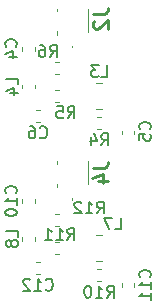
<source format=gbo>
G04 #@! TF.GenerationSoftware,KiCad,Pcbnew,(5.1.5)-3*
G04 #@! TF.CreationDate,2020-11-09T20:42:25-05:00*
G04 #@! TF.ProjectId,FilterDaughterboard,46696c74-6572-4446-9175-676874657262,rev?*
G04 #@! TF.SameCoordinates,Original*
G04 #@! TF.FileFunction,Legend,Bot*
G04 #@! TF.FilePolarity,Positive*
%FSLAX46Y46*%
G04 Gerber Fmt 4.6, Leading zero omitted, Abs format (unit mm)*
G04 Created by KiCad (PCBNEW (5.1.5)-3) date 2020-11-09 20:42:25*
%MOMM*%
%LPD*%
G04 APERTURE LIST*
%ADD10C,0.100000*%
%ADD11C,0.120000*%
%ADD12C,0.254000*%
%ADD13C,0.150000*%
G04 APERTURE END LIST*
D10*
X89300000Y-128800000D02*
G75*
G02X89300000Y-128900000I0J-50000D01*
G01*
X89300000Y-128900000D02*
G75*
G02X89300000Y-128800000I0J50000D01*
G01*
X89300000Y-128900000D02*
X89300000Y-128900000D01*
X89300000Y-128800000D02*
X89300000Y-128800000D01*
X88000000Y-125850000D02*
X88000000Y-125648000D01*
X88000000Y-127543000D02*
X88000000Y-127850000D01*
X90600000Y-127600000D02*
X90600000Y-125648000D01*
X89300000Y-141700000D02*
G75*
G02X89300000Y-141800000I0J-50000D01*
G01*
X89300000Y-141800000D02*
G75*
G02X89300000Y-141700000I0J50000D01*
G01*
X89300000Y-141800000D02*
X89300000Y-141800000D01*
X89300000Y-141700000D02*
X89300000Y-141700000D01*
X88000000Y-138750000D02*
X88000000Y-138548000D01*
X88000000Y-140443000D02*
X88000000Y-140750000D01*
X90600000Y-140500000D02*
X90600000Y-138548000D01*
D11*
X86110000Y-128837221D02*
X86110000Y-129162779D01*
X85090000Y-128837221D02*
X85090000Y-129162779D01*
X94510000Y-135937221D02*
X94510000Y-136262779D01*
X93490000Y-135937221D02*
X93490000Y-136262779D01*
X86237221Y-134190000D02*
X86562779Y-134190000D01*
X86237221Y-135210000D02*
X86562779Y-135210000D01*
X86110000Y-141737221D02*
X86110000Y-142062779D01*
X85090000Y-141737221D02*
X85090000Y-142062779D01*
X94510000Y-148837221D02*
X94510000Y-149162779D01*
X93490000Y-148837221D02*
X93490000Y-149162779D01*
X86237221Y-147090000D02*
X86562779Y-147090000D01*
X86237221Y-148110000D02*
X86562779Y-148110000D01*
X91861252Y-134110000D02*
X91338748Y-134110000D01*
X91861252Y-131890000D02*
X91338748Y-131890000D01*
X85090000Y-132362779D02*
X85090000Y-132037221D01*
X86110000Y-132362779D02*
X86110000Y-132037221D01*
X91861252Y-147010000D02*
X91338748Y-147010000D01*
X91861252Y-144790000D02*
X91338748Y-144790000D01*
X85090000Y-145262779D02*
X85090000Y-144937221D01*
X86110000Y-145262779D02*
X86110000Y-144937221D01*
X91437221Y-134790000D02*
X91762779Y-134790000D01*
X91437221Y-135810000D02*
X91762779Y-135810000D01*
X87837221Y-132490000D02*
X88162779Y-132490000D01*
X87837221Y-133510000D02*
X88162779Y-133510000D01*
X88162779Y-131110000D02*
X87837221Y-131110000D01*
X88162779Y-130090000D02*
X87837221Y-130090000D01*
X91437221Y-147690000D02*
X91762779Y-147690000D01*
X91437221Y-148710000D02*
X91762779Y-148710000D01*
X87837221Y-145390000D02*
X88162779Y-145390000D01*
X87837221Y-146410000D02*
X88162779Y-146410000D01*
X88162779Y-144010000D02*
X87837221Y-144010000D01*
X88162779Y-142990000D02*
X87837221Y-142990000D01*
D12*
X91054523Y-126076666D02*
X91961666Y-126076666D01*
X92143095Y-126016190D01*
X92264047Y-125895238D01*
X92324523Y-125713809D01*
X92324523Y-125592857D01*
X91175476Y-126620952D02*
X91115000Y-126681428D01*
X91054523Y-126802380D01*
X91054523Y-127104761D01*
X91115000Y-127225714D01*
X91175476Y-127286190D01*
X91296428Y-127346666D01*
X91417380Y-127346666D01*
X91598809Y-127286190D01*
X92324523Y-126560476D01*
X92324523Y-127346666D01*
X91054523Y-139076666D02*
X91961666Y-139076666D01*
X92143095Y-139016190D01*
X92264047Y-138895238D01*
X92324523Y-138713809D01*
X92324523Y-138592857D01*
X91477857Y-140225714D02*
X92324523Y-140225714D01*
X90994047Y-139923333D02*
X91901190Y-139620952D01*
X91901190Y-140407142D01*
D13*
X84527142Y-128833333D02*
X84574761Y-128785714D01*
X84622380Y-128642857D01*
X84622380Y-128547619D01*
X84574761Y-128404761D01*
X84479523Y-128309523D01*
X84384285Y-128261904D01*
X84193809Y-128214285D01*
X84050952Y-128214285D01*
X83860476Y-128261904D01*
X83765238Y-128309523D01*
X83670000Y-128404761D01*
X83622380Y-128547619D01*
X83622380Y-128642857D01*
X83670000Y-128785714D01*
X83717619Y-128833333D01*
X83955714Y-129690476D02*
X84622380Y-129690476D01*
X83574761Y-129452380D02*
X84289047Y-129214285D01*
X84289047Y-129833333D01*
X95857142Y-135833333D02*
X95904761Y-135785714D01*
X95952380Y-135642857D01*
X95952380Y-135547619D01*
X95904761Y-135404761D01*
X95809523Y-135309523D01*
X95714285Y-135261904D01*
X95523809Y-135214285D01*
X95380952Y-135214285D01*
X95190476Y-135261904D01*
X95095238Y-135309523D01*
X95000000Y-135404761D01*
X94952380Y-135547619D01*
X94952380Y-135642857D01*
X95000000Y-135785714D01*
X95047619Y-135833333D01*
X94952380Y-136738095D02*
X94952380Y-136261904D01*
X95428571Y-136214285D01*
X95380952Y-136261904D01*
X95333333Y-136357142D01*
X95333333Y-136595238D01*
X95380952Y-136690476D01*
X95428571Y-136738095D01*
X95523809Y-136785714D01*
X95761904Y-136785714D01*
X95857142Y-136738095D01*
X95904761Y-136690476D01*
X95952380Y-136595238D01*
X95952380Y-136357142D01*
X95904761Y-136261904D01*
X95857142Y-136214285D01*
X86566666Y-136487142D02*
X86614285Y-136534761D01*
X86757142Y-136582380D01*
X86852380Y-136582380D01*
X86995238Y-136534761D01*
X87090476Y-136439523D01*
X87138095Y-136344285D01*
X87185714Y-136153809D01*
X87185714Y-136010952D01*
X87138095Y-135820476D01*
X87090476Y-135725238D01*
X86995238Y-135630000D01*
X86852380Y-135582380D01*
X86757142Y-135582380D01*
X86614285Y-135630000D01*
X86566666Y-135677619D01*
X85709523Y-135582380D02*
X85900000Y-135582380D01*
X85995238Y-135630000D01*
X86042857Y-135677619D01*
X86138095Y-135820476D01*
X86185714Y-136010952D01*
X86185714Y-136391904D01*
X86138095Y-136487142D01*
X86090476Y-136534761D01*
X85995238Y-136582380D01*
X85804761Y-136582380D01*
X85709523Y-136534761D01*
X85661904Y-136487142D01*
X85614285Y-136391904D01*
X85614285Y-136153809D01*
X85661904Y-136058571D01*
X85709523Y-136010952D01*
X85804761Y-135963333D01*
X85995238Y-135963333D01*
X86090476Y-136010952D01*
X86138095Y-136058571D01*
X86185714Y-136153809D01*
X84527142Y-141257142D02*
X84574761Y-141209523D01*
X84622380Y-141066666D01*
X84622380Y-140971428D01*
X84574761Y-140828571D01*
X84479523Y-140733333D01*
X84384285Y-140685714D01*
X84193809Y-140638095D01*
X84050952Y-140638095D01*
X83860476Y-140685714D01*
X83765238Y-140733333D01*
X83670000Y-140828571D01*
X83622380Y-140971428D01*
X83622380Y-141066666D01*
X83670000Y-141209523D01*
X83717619Y-141257142D01*
X84622380Y-142209523D02*
X84622380Y-141638095D01*
X84622380Y-141923809D02*
X83622380Y-141923809D01*
X83765238Y-141828571D01*
X83860476Y-141733333D01*
X83908095Y-141638095D01*
X83622380Y-142828571D02*
X83622380Y-142923809D01*
X83670000Y-143019047D01*
X83717619Y-143066666D01*
X83812857Y-143114285D01*
X84003333Y-143161904D01*
X84241428Y-143161904D01*
X84431904Y-143114285D01*
X84527142Y-143066666D01*
X84574761Y-143019047D01*
X84622380Y-142923809D01*
X84622380Y-142828571D01*
X84574761Y-142733333D01*
X84527142Y-142685714D01*
X84431904Y-142638095D01*
X84241428Y-142590476D01*
X84003333Y-142590476D01*
X83812857Y-142638095D01*
X83717619Y-142685714D01*
X83670000Y-142733333D01*
X83622380Y-142828571D01*
X95857142Y-148357142D02*
X95904761Y-148309523D01*
X95952380Y-148166666D01*
X95952380Y-148071428D01*
X95904761Y-147928571D01*
X95809523Y-147833333D01*
X95714285Y-147785714D01*
X95523809Y-147738095D01*
X95380952Y-147738095D01*
X95190476Y-147785714D01*
X95095238Y-147833333D01*
X95000000Y-147928571D01*
X94952380Y-148071428D01*
X94952380Y-148166666D01*
X95000000Y-148309523D01*
X95047619Y-148357142D01*
X95952380Y-149309523D02*
X95952380Y-148738095D01*
X95952380Y-149023809D02*
X94952380Y-149023809D01*
X95095238Y-148928571D01*
X95190476Y-148833333D01*
X95238095Y-148738095D01*
X95952380Y-150261904D02*
X95952380Y-149690476D01*
X95952380Y-149976190D02*
X94952380Y-149976190D01*
X95095238Y-149880952D01*
X95190476Y-149785714D01*
X95238095Y-149690476D01*
X87042857Y-149387142D02*
X87090476Y-149434761D01*
X87233333Y-149482380D01*
X87328571Y-149482380D01*
X87471428Y-149434761D01*
X87566666Y-149339523D01*
X87614285Y-149244285D01*
X87661904Y-149053809D01*
X87661904Y-148910952D01*
X87614285Y-148720476D01*
X87566666Y-148625238D01*
X87471428Y-148530000D01*
X87328571Y-148482380D01*
X87233333Y-148482380D01*
X87090476Y-148530000D01*
X87042857Y-148577619D01*
X86090476Y-149482380D02*
X86661904Y-149482380D01*
X86376190Y-149482380D02*
X86376190Y-148482380D01*
X86471428Y-148625238D01*
X86566666Y-148720476D01*
X86661904Y-148768095D01*
X85709523Y-148577619D02*
X85661904Y-148530000D01*
X85566666Y-148482380D01*
X85328571Y-148482380D01*
X85233333Y-148530000D01*
X85185714Y-148577619D01*
X85138095Y-148672857D01*
X85138095Y-148768095D01*
X85185714Y-148910952D01*
X85757142Y-149482380D01*
X85138095Y-149482380D01*
X91766666Y-131402380D02*
X92242857Y-131402380D01*
X92242857Y-130402380D01*
X91528571Y-130402380D02*
X90909523Y-130402380D01*
X91242857Y-130783333D01*
X91100000Y-130783333D01*
X91004761Y-130830952D01*
X90957142Y-130878571D01*
X90909523Y-130973809D01*
X90909523Y-131211904D01*
X90957142Y-131307142D01*
X91004761Y-131354761D01*
X91100000Y-131402380D01*
X91385714Y-131402380D01*
X91480952Y-131354761D01*
X91528571Y-131307142D01*
X84702380Y-132033333D02*
X84702380Y-131557142D01*
X83702380Y-131557142D01*
X84035714Y-132795238D02*
X84702380Y-132795238D01*
X83654761Y-132557142D02*
X84369047Y-132319047D01*
X84369047Y-132938095D01*
X92916666Y-144302380D02*
X93392857Y-144302380D01*
X93392857Y-143302380D01*
X92678571Y-143302380D02*
X92011904Y-143302380D01*
X92440476Y-144302380D01*
X84702380Y-144933333D02*
X84702380Y-144457142D01*
X83702380Y-144457142D01*
X84130952Y-145409523D02*
X84083333Y-145314285D01*
X84035714Y-145266666D01*
X83940476Y-145219047D01*
X83892857Y-145219047D01*
X83797619Y-145266666D01*
X83750000Y-145314285D01*
X83702380Y-145409523D01*
X83702380Y-145600000D01*
X83750000Y-145695238D01*
X83797619Y-145742857D01*
X83892857Y-145790476D01*
X83940476Y-145790476D01*
X84035714Y-145742857D01*
X84083333Y-145695238D01*
X84130952Y-145600000D01*
X84130952Y-145409523D01*
X84178571Y-145314285D01*
X84226190Y-145266666D01*
X84321428Y-145219047D01*
X84511904Y-145219047D01*
X84607142Y-145266666D01*
X84654761Y-145314285D01*
X84702380Y-145409523D01*
X84702380Y-145600000D01*
X84654761Y-145695238D01*
X84607142Y-145742857D01*
X84511904Y-145790476D01*
X84321428Y-145790476D01*
X84226190Y-145742857D01*
X84178571Y-145695238D01*
X84130952Y-145600000D01*
X91766666Y-137182380D02*
X92100000Y-136706190D01*
X92338095Y-137182380D02*
X92338095Y-136182380D01*
X91957142Y-136182380D01*
X91861904Y-136230000D01*
X91814285Y-136277619D01*
X91766666Y-136372857D01*
X91766666Y-136515714D01*
X91814285Y-136610952D01*
X91861904Y-136658571D01*
X91957142Y-136706190D01*
X92338095Y-136706190D01*
X90909523Y-136515714D02*
X90909523Y-137182380D01*
X91147619Y-136134761D02*
X91385714Y-136849047D01*
X90766666Y-136849047D01*
X88916666Y-134882380D02*
X89250000Y-134406190D01*
X89488095Y-134882380D02*
X89488095Y-133882380D01*
X89107142Y-133882380D01*
X89011904Y-133930000D01*
X88964285Y-133977619D01*
X88916666Y-134072857D01*
X88916666Y-134215714D01*
X88964285Y-134310952D01*
X89011904Y-134358571D01*
X89107142Y-134406190D01*
X89488095Y-134406190D01*
X88011904Y-133882380D02*
X88488095Y-133882380D01*
X88535714Y-134358571D01*
X88488095Y-134310952D01*
X88392857Y-134263333D01*
X88154761Y-134263333D01*
X88059523Y-134310952D01*
X88011904Y-134358571D01*
X87964285Y-134453809D01*
X87964285Y-134691904D01*
X88011904Y-134787142D01*
X88059523Y-134834761D01*
X88154761Y-134882380D01*
X88392857Y-134882380D01*
X88488095Y-134834761D01*
X88535714Y-134787142D01*
X87416666Y-129702380D02*
X87750000Y-129226190D01*
X87988095Y-129702380D02*
X87988095Y-128702380D01*
X87607142Y-128702380D01*
X87511904Y-128750000D01*
X87464285Y-128797619D01*
X87416666Y-128892857D01*
X87416666Y-129035714D01*
X87464285Y-129130952D01*
X87511904Y-129178571D01*
X87607142Y-129226190D01*
X87988095Y-129226190D01*
X86559523Y-128702380D02*
X86750000Y-128702380D01*
X86845238Y-128750000D01*
X86892857Y-128797619D01*
X86988095Y-128940476D01*
X87035714Y-129130952D01*
X87035714Y-129511904D01*
X86988095Y-129607142D01*
X86940476Y-129654761D01*
X86845238Y-129702380D01*
X86654761Y-129702380D01*
X86559523Y-129654761D01*
X86511904Y-129607142D01*
X86464285Y-129511904D01*
X86464285Y-129273809D01*
X86511904Y-129178571D01*
X86559523Y-129130952D01*
X86654761Y-129083333D01*
X86845238Y-129083333D01*
X86940476Y-129130952D01*
X86988095Y-129178571D01*
X87035714Y-129273809D01*
X92242857Y-150082380D02*
X92576190Y-149606190D01*
X92814285Y-150082380D02*
X92814285Y-149082380D01*
X92433333Y-149082380D01*
X92338095Y-149130000D01*
X92290476Y-149177619D01*
X92242857Y-149272857D01*
X92242857Y-149415714D01*
X92290476Y-149510952D01*
X92338095Y-149558571D01*
X92433333Y-149606190D01*
X92814285Y-149606190D01*
X91290476Y-150082380D02*
X91861904Y-150082380D01*
X91576190Y-150082380D02*
X91576190Y-149082380D01*
X91671428Y-149225238D01*
X91766666Y-149320476D01*
X91861904Y-149368095D01*
X90671428Y-149082380D02*
X90576190Y-149082380D01*
X90480952Y-149130000D01*
X90433333Y-149177619D01*
X90385714Y-149272857D01*
X90338095Y-149463333D01*
X90338095Y-149701428D01*
X90385714Y-149891904D01*
X90433333Y-149987142D01*
X90480952Y-150034761D01*
X90576190Y-150082380D01*
X90671428Y-150082380D01*
X90766666Y-150034761D01*
X90814285Y-149987142D01*
X90861904Y-149891904D01*
X90909523Y-149701428D01*
X90909523Y-149463333D01*
X90861904Y-149272857D01*
X90814285Y-149177619D01*
X90766666Y-149130000D01*
X90671428Y-149082380D01*
X88892857Y-145202380D02*
X89226190Y-144726190D01*
X89464285Y-145202380D02*
X89464285Y-144202380D01*
X89083333Y-144202380D01*
X88988095Y-144250000D01*
X88940476Y-144297619D01*
X88892857Y-144392857D01*
X88892857Y-144535714D01*
X88940476Y-144630952D01*
X88988095Y-144678571D01*
X89083333Y-144726190D01*
X89464285Y-144726190D01*
X87940476Y-145202380D02*
X88511904Y-145202380D01*
X88226190Y-145202380D02*
X88226190Y-144202380D01*
X88321428Y-144345238D01*
X88416666Y-144440476D01*
X88511904Y-144488095D01*
X86988095Y-145202380D02*
X87559523Y-145202380D01*
X87273809Y-145202380D02*
X87273809Y-144202380D01*
X87369047Y-144345238D01*
X87464285Y-144440476D01*
X87559523Y-144488095D01*
X91392857Y-142952380D02*
X91726190Y-142476190D01*
X91964285Y-142952380D02*
X91964285Y-141952380D01*
X91583333Y-141952380D01*
X91488095Y-142000000D01*
X91440476Y-142047619D01*
X91392857Y-142142857D01*
X91392857Y-142285714D01*
X91440476Y-142380952D01*
X91488095Y-142428571D01*
X91583333Y-142476190D01*
X91964285Y-142476190D01*
X90440476Y-142952380D02*
X91011904Y-142952380D01*
X90726190Y-142952380D02*
X90726190Y-141952380D01*
X90821428Y-142095238D01*
X90916666Y-142190476D01*
X91011904Y-142238095D01*
X90059523Y-142047619D02*
X90011904Y-142000000D01*
X89916666Y-141952380D01*
X89678571Y-141952380D01*
X89583333Y-142000000D01*
X89535714Y-142047619D01*
X89488095Y-142142857D01*
X89488095Y-142238095D01*
X89535714Y-142380952D01*
X90107142Y-142952380D01*
X89488095Y-142952380D01*
M02*

</source>
